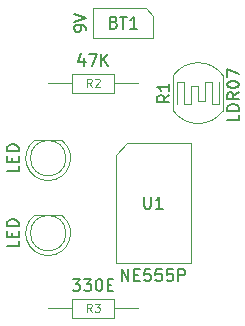
<source format=gbr>
%TF.GenerationSoftware,KiCad,Pcbnew,(5.1.9)-1*%
%TF.CreationDate,2021-03-23T22:36:06-04:00*%
%TF.ProjectId,Automated lighting,4175746f-6d61-4746-9564-206c69676874,rev?*%
%TF.SameCoordinates,Original*%
%TF.FileFunction,Other,Fab,Top*%
%FSLAX46Y46*%
G04 Gerber Fmt 4.6, Leading zero omitted, Abs format (unit mm)*
G04 Created by KiCad (PCBNEW (5.1.9)-1) date 2021-03-23 22:36:06*
%MOMM*%
%LPD*%
G01*
G04 APERTURE LIST*
%ADD10C,0.100000*%
%ADD11C,0.150000*%
%ADD12C,0.108000*%
G04 APERTURE END LIST*
D10*
%TO.C,U1*%
X121285000Y-69580000D02*
X122285000Y-68580000D01*
X121285000Y-78740000D02*
X121285000Y-69580000D01*
X127635000Y-78740000D02*
X121285000Y-78740000D01*
X127635000Y-68580000D02*
X127635000Y-78740000D01*
X122285000Y-68580000D02*
X127635000Y-68580000D01*
%TO.C,R3*%
X115570000Y-82550000D02*
X117580000Y-82550000D01*
X123190000Y-82550000D02*
X121180000Y-82550000D01*
X117580000Y-83350000D02*
X121180000Y-83350000D01*
X117580000Y-81750000D02*
X117580000Y-83350000D01*
X121180000Y-81750000D02*
X117580000Y-81750000D01*
X121180000Y-83350000D02*
X121180000Y-81750000D01*
%TO.C,R2*%
X115570000Y-63500000D02*
X117580000Y-63500000D01*
X123190000Y-63500000D02*
X121180000Y-63500000D01*
X117580000Y-64300000D02*
X121180000Y-64300000D01*
X117580000Y-62700000D02*
X117580000Y-64300000D01*
X121180000Y-62700000D02*
X117580000Y-62700000D01*
X121180000Y-64300000D02*
X121180000Y-62700000D01*
%TO.C,R1*%
X126170000Y-65840000D02*
X126170000Y-62840000D01*
X130370000Y-62840000D02*
X130370000Y-65840000D01*
X130070000Y-65240000D02*
X130070000Y-63440000D01*
X129470000Y-65240000D02*
X130070000Y-65240000D01*
X129470000Y-63440000D02*
X129470000Y-65240000D01*
X128870000Y-63440000D02*
X129470000Y-63440000D01*
X128270000Y-65040000D02*
X128870000Y-65040000D01*
X127070000Y-65240000D02*
X127670000Y-65240000D01*
X127070000Y-63440000D02*
X127070000Y-65240000D01*
X126470000Y-63440000D02*
X127070000Y-63440000D01*
X126470000Y-65240000D02*
X126470000Y-63440000D01*
X128870000Y-63440000D02*
X128870000Y-65040000D01*
X127670000Y-63740000D02*
X127670000Y-65240000D01*
X128270000Y-63740000D02*
X127670000Y-63740000D01*
X128270000Y-65040000D02*
X128270000Y-63740000D01*
X126168029Y-65837237D02*
G75*
G03*
X130370000Y-65840000I2101971J1497237D01*
G01*
X130371971Y-62842763D02*
G75*
G03*
X126170000Y-62840000I-2101971J-1497237D01*
G01*
%TO.C,D2*%
X116736190Y-68350000D02*
X114403810Y-68350000D01*
X117070000Y-69850000D02*
G75*
G03*
X117070000Y-69850000I-1500000J0D01*
G01*
X114404524Y-68349445D02*
G75*
G03*
X116736190Y-68350000I1165476J-1500555D01*
G01*
%TO.C,D1*%
X116736190Y-74700000D02*
X114403810Y-74700000D01*
X117070000Y-76200000D02*
G75*
G03*
X117070000Y-76200000I-1500000J0D01*
G01*
X114404524Y-74699445D02*
G75*
G03*
X116736190Y-74700000I1165476J-1500555D01*
G01*
%TO.C,BT1*%
X123825000Y-57150000D02*
X124460000Y-57785000D01*
X119380000Y-57150000D02*
X123825000Y-57150000D01*
X119380000Y-59690000D02*
X119380000Y-57150000D01*
X124460000Y-59690000D02*
X119380000Y-59690000D01*
X124460000Y-57785000D02*
X124460000Y-59690000D01*
%TD*%
%TO.C,U1*%
D11*
X121793333Y-80252380D02*
X121793333Y-79252380D01*
X122364761Y-80252380D01*
X122364761Y-79252380D01*
X122840952Y-79728571D02*
X123174285Y-79728571D01*
X123317142Y-80252380D02*
X122840952Y-80252380D01*
X122840952Y-79252380D01*
X123317142Y-79252380D01*
X124221904Y-79252380D02*
X123745714Y-79252380D01*
X123698095Y-79728571D01*
X123745714Y-79680952D01*
X123840952Y-79633333D01*
X124079047Y-79633333D01*
X124174285Y-79680952D01*
X124221904Y-79728571D01*
X124269523Y-79823809D01*
X124269523Y-80061904D01*
X124221904Y-80157142D01*
X124174285Y-80204761D01*
X124079047Y-80252380D01*
X123840952Y-80252380D01*
X123745714Y-80204761D01*
X123698095Y-80157142D01*
X125174285Y-79252380D02*
X124698095Y-79252380D01*
X124650476Y-79728571D01*
X124698095Y-79680952D01*
X124793333Y-79633333D01*
X125031428Y-79633333D01*
X125126666Y-79680952D01*
X125174285Y-79728571D01*
X125221904Y-79823809D01*
X125221904Y-80061904D01*
X125174285Y-80157142D01*
X125126666Y-80204761D01*
X125031428Y-80252380D01*
X124793333Y-80252380D01*
X124698095Y-80204761D01*
X124650476Y-80157142D01*
X126126666Y-79252380D02*
X125650476Y-79252380D01*
X125602857Y-79728571D01*
X125650476Y-79680952D01*
X125745714Y-79633333D01*
X125983809Y-79633333D01*
X126079047Y-79680952D01*
X126126666Y-79728571D01*
X126174285Y-79823809D01*
X126174285Y-80061904D01*
X126126666Y-80157142D01*
X126079047Y-80204761D01*
X125983809Y-80252380D01*
X125745714Y-80252380D01*
X125650476Y-80204761D01*
X125602857Y-80157142D01*
X126602857Y-80252380D02*
X126602857Y-79252380D01*
X126983809Y-79252380D01*
X127079047Y-79300000D01*
X127126666Y-79347619D01*
X127174285Y-79442857D01*
X127174285Y-79585714D01*
X127126666Y-79680952D01*
X127079047Y-79728571D01*
X126983809Y-79776190D01*
X126602857Y-79776190D01*
X123698095Y-73112380D02*
X123698095Y-73921904D01*
X123745714Y-74017142D01*
X123793333Y-74064761D01*
X123888571Y-74112380D01*
X124079047Y-74112380D01*
X124174285Y-74064761D01*
X124221904Y-74017142D01*
X124269523Y-73921904D01*
X124269523Y-73112380D01*
X125269523Y-74112380D02*
X124698095Y-74112380D01*
X124983809Y-74112380D02*
X124983809Y-73112380D01*
X124888571Y-73255238D01*
X124793333Y-73350476D01*
X124698095Y-73398095D01*
%TO.C,R3*%
X117641904Y-80082380D02*
X118260952Y-80082380D01*
X117927619Y-80463333D01*
X118070476Y-80463333D01*
X118165714Y-80510952D01*
X118213333Y-80558571D01*
X118260952Y-80653809D01*
X118260952Y-80891904D01*
X118213333Y-80987142D01*
X118165714Y-81034761D01*
X118070476Y-81082380D01*
X117784761Y-81082380D01*
X117689523Y-81034761D01*
X117641904Y-80987142D01*
X118594285Y-80082380D02*
X119213333Y-80082380D01*
X118880000Y-80463333D01*
X119022857Y-80463333D01*
X119118095Y-80510952D01*
X119165714Y-80558571D01*
X119213333Y-80653809D01*
X119213333Y-80891904D01*
X119165714Y-80987142D01*
X119118095Y-81034761D01*
X119022857Y-81082380D01*
X118737142Y-81082380D01*
X118641904Y-81034761D01*
X118594285Y-80987142D01*
X119832380Y-80082380D02*
X119927619Y-80082380D01*
X120022857Y-80130000D01*
X120070476Y-80177619D01*
X120118095Y-80272857D01*
X120165714Y-80463333D01*
X120165714Y-80701428D01*
X120118095Y-80891904D01*
X120070476Y-80987142D01*
X120022857Y-81034761D01*
X119927619Y-81082380D01*
X119832380Y-81082380D01*
X119737142Y-81034761D01*
X119689523Y-80987142D01*
X119641904Y-80891904D01*
X119594285Y-80701428D01*
X119594285Y-80463333D01*
X119641904Y-80272857D01*
X119689523Y-80177619D01*
X119737142Y-80130000D01*
X119832380Y-80082380D01*
X120594285Y-80558571D02*
X120927619Y-80558571D01*
X121070476Y-81082380D02*
X120594285Y-81082380D01*
X120594285Y-80082380D01*
X121070476Y-80082380D01*
D12*
X119260000Y-82875714D02*
X119020000Y-82532857D01*
X118848571Y-82875714D02*
X118848571Y-82155714D01*
X119122857Y-82155714D01*
X119191428Y-82190000D01*
X119225714Y-82224285D01*
X119260000Y-82292857D01*
X119260000Y-82395714D01*
X119225714Y-82464285D01*
X119191428Y-82498571D01*
X119122857Y-82532857D01*
X118848571Y-82532857D01*
X119500000Y-82155714D02*
X119945714Y-82155714D01*
X119705714Y-82430000D01*
X119808571Y-82430000D01*
X119877142Y-82464285D01*
X119911428Y-82498571D01*
X119945714Y-82567142D01*
X119945714Y-82738571D01*
X119911428Y-82807142D01*
X119877142Y-82841428D01*
X119808571Y-82875714D01*
X119602857Y-82875714D01*
X119534285Y-82841428D01*
X119500000Y-82807142D01*
%TO.C,R2*%
D11*
X118594285Y-61365714D02*
X118594285Y-62032380D01*
X118356190Y-60984761D02*
X118118095Y-61699047D01*
X118737142Y-61699047D01*
X119022857Y-61032380D02*
X119689523Y-61032380D01*
X119260952Y-62032380D01*
X120070476Y-62032380D02*
X120070476Y-61032380D01*
X120641904Y-62032380D02*
X120213333Y-61460952D01*
X120641904Y-61032380D02*
X120070476Y-61603809D01*
D12*
X119260000Y-63825714D02*
X119020000Y-63482857D01*
X118848571Y-63825714D02*
X118848571Y-63105714D01*
X119122857Y-63105714D01*
X119191428Y-63140000D01*
X119225714Y-63174285D01*
X119260000Y-63242857D01*
X119260000Y-63345714D01*
X119225714Y-63414285D01*
X119191428Y-63448571D01*
X119122857Y-63482857D01*
X118848571Y-63482857D01*
X119534285Y-63174285D02*
X119568571Y-63140000D01*
X119637142Y-63105714D01*
X119808571Y-63105714D01*
X119877142Y-63140000D01*
X119911428Y-63174285D01*
X119945714Y-63242857D01*
X119945714Y-63311428D01*
X119911428Y-63414285D01*
X119500000Y-63825714D01*
X119945714Y-63825714D01*
%TO.C,R1*%
D11*
X131722380Y-66182857D02*
X131722380Y-66659047D01*
X130722380Y-66659047D01*
X131722380Y-65849523D02*
X130722380Y-65849523D01*
X130722380Y-65611428D01*
X130770000Y-65468571D01*
X130865238Y-65373333D01*
X130960476Y-65325714D01*
X131150952Y-65278095D01*
X131293809Y-65278095D01*
X131484285Y-65325714D01*
X131579523Y-65373333D01*
X131674761Y-65468571D01*
X131722380Y-65611428D01*
X131722380Y-65849523D01*
X131722380Y-64278095D02*
X131246190Y-64611428D01*
X131722380Y-64849523D02*
X130722380Y-64849523D01*
X130722380Y-64468571D01*
X130770000Y-64373333D01*
X130817619Y-64325714D01*
X130912857Y-64278095D01*
X131055714Y-64278095D01*
X131150952Y-64325714D01*
X131198571Y-64373333D01*
X131246190Y-64468571D01*
X131246190Y-64849523D01*
X130722380Y-63659047D02*
X130722380Y-63563809D01*
X130770000Y-63468571D01*
X130817619Y-63420952D01*
X130912857Y-63373333D01*
X131103333Y-63325714D01*
X131341428Y-63325714D01*
X131531904Y-63373333D01*
X131627142Y-63420952D01*
X131674761Y-63468571D01*
X131722380Y-63563809D01*
X131722380Y-63659047D01*
X131674761Y-63754285D01*
X131627142Y-63801904D01*
X131531904Y-63849523D01*
X131341428Y-63897142D01*
X131103333Y-63897142D01*
X130912857Y-63849523D01*
X130817619Y-63801904D01*
X130770000Y-63754285D01*
X130722380Y-63659047D01*
X130722380Y-62992380D02*
X130722380Y-62325714D01*
X131722380Y-62754285D01*
X125822380Y-64506666D02*
X125346190Y-64840000D01*
X125822380Y-65078095D02*
X124822380Y-65078095D01*
X124822380Y-64697142D01*
X124870000Y-64601904D01*
X124917619Y-64554285D01*
X125012857Y-64506666D01*
X125155714Y-64506666D01*
X125250952Y-64554285D01*
X125298571Y-64601904D01*
X125346190Y-64697142D01*
X125346190Y-65078095D01*
X125822380Y-63554285D02*
X125822380Y-64125714D01*
X125822380Y-63840000D02*
X124822380Y-63840000D01*
X124965238Y-63935238D01*
X125060476Y-64030476D01*
X125108095Y-64125714D01*
%TO.C,D2*%
X113062380Y-70492857D02*
X113062380Y-70969047D01*
X112062380Y-70969047D01*
X112538571Y-70159523D02*
X112538571Y-69826190D01*
X113062380Y-69683333D02*
X113062380Y-70159523D01*
X112062380Y-70159523D01*
X112062380Y-69683333D01*
X113062380Y-69254761D02*
X112062380Y-69254761D01*
X112062380Y-69016666D01*
X112110000Y-68873809D01*
X112205238Y-68778571D01*
X112300476Y-68730952D01*
X112490952Y-68683333D01*
X112633809Y-68683333D01*
X112824285Y-68730952D01*
X112919523Y-68778571D01*
X113014761Y-68873809D01*
X113062380Y-69016666D01*
X113062380Y-69254761D01*
%TO.C,D1*%
X113062380Y-76842857D02*
X113062380Y-77319047D01*
X112062380Y-77319047D01*
X112538571Y-76509523D02*
X112538571Y-76176190D01*
X113062380Y-76033333D02*
X113062380Y-76509523D01*
X112062380Y-76509523D01*
X112062380Y-76033333D01*
X113062380Y-75604761D02*
X112062380Y-75604761D01*
X112062380Y-75366666D01*
X112110000Y-75223809D01*
X112205238Y-75128571D01*
X112300476Y-75080952D01*
X112490952Y-75033333D01*
X112633809Y-75033333D01*
X112824285Y-75080952D01*
X112919523Y-75128571D01*
X113014761Y-75223809D01*
X113062380Y-75366666D01*
X113062380Y-75604761D01*
%TO.C,BT1*%
X118772380Y-59039047D02*
X118772380Y-58848571D01*
X118724761Y-58753333D01*
X118677142Y-58705714D01*
X118534285Y-58610476D01*
X118343809Y-58562857D01*
X117962857Y-58562857D01*
X117867619Y-58610476D01*
X117820000Y-58658095D01*
X117772380Y-58753333D01*
X117772380Y-58943809D01*
X117820000Y-59039047D01*
X117867619Y-59086666D01*
X117962857Y-59134285D01*
X118200952Y-59134285D01*
X118296190Y-59086666D01*
X118343809Y-59039047D01*
X118391428Y-58943809D01*
X118391428Y-58753333D01*
X118343809Y-58658095D01*
X118296190Y-58610476D01*
X118200952Y-58562857D01*
X117772380Y-58277142D02*
X118772380Y-57943809D01*
X117772380Y-57610476D01*
X121134285Y-58348571D02*
X121277142Y-58396190D01*
X121324761Y-58443809D01*
X121372380Y-58539047D01*
X121372380Y-58681904D01*
X121324761Y-58777142D01*
X121277142Y-58824761D01*
X121181904Y-58872380D01*
X120800952Y-58872380D01*
X120800952Y-57872380D01*
X121134285Y-57872380D01*
X121229523Y-57920000D01*
X121277142Y-57967619D01*
X121324761Y-58062857D01*
X121324761Y-58158095D01*
X121277142Y-58253333D01*
X121229523Y-58300952D01*
X121134285Y-58348571D01*
X120800952Y-58348571D01*
X121658095Y-57872380D02*
X122229523Y-57872380D01*
X121943809Y-58872380D02*
X121943809Y-57872380D01*
X123086666Y-58872380D02*
X122515238Y-58872380D01*
X122800952Y-58872380D02*
X122800952Y-57872380D01*
X122705714Y-58015238D01*
X122610476Y-58110476D01*
X122515238Y-58158095D01*
%TD*%
M02*

</source>
